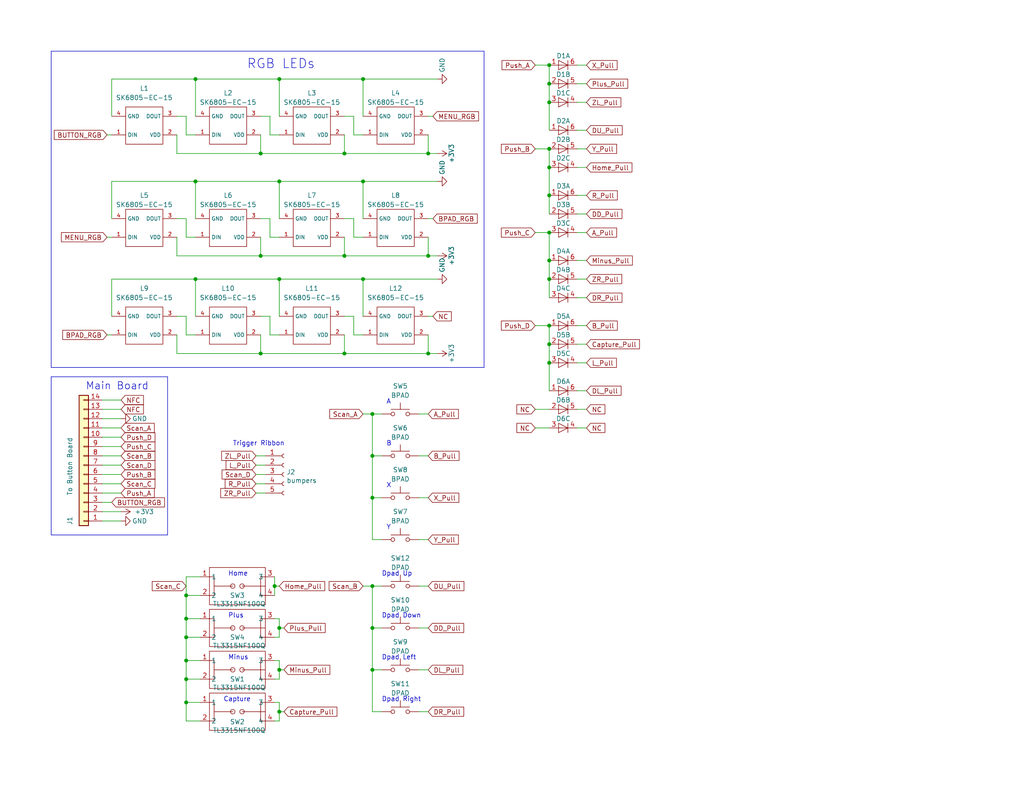
<source format=kicad_sch>
(kicad_sch (version 20230121) (generator eeschema)
  (paper "A")
  (title_block (title "ProGCC v3 Button Board") (date "2019-12-18") (rev "0.2") (company "HHL/Esca"))
  (lib_symbols
    (symbol "Connector:Conn_01x05_Female" (pin_names (offset 1.016) hide)
      (property "Reference" "J" (at 0 7.62 0))
      (property "Value" "Conn_01x05_Female" (at 0 -7.62 0))
      (symbol "Conn_01x05_Female_1_1"
        (arc (start 0 -4.572) (mid -0.5058 -5.08) (end 0 -5.588) (stroke (width 0.1524)))
        (arc (start 0 -2.032) (mid -0.5058 -2.54) (end 0 -3.048) (stroke (width 0.1524)))
        (polyline (pts (xy -1.27 -5.08) (xy -0.508 -5.08)) (stroke (width 0.1524)))
        (polyline (pts (xy -1.27 -2.54) (xy -0.508 -2.54)) (stroke (width 0.1524)))
        (polyline (pts (xy -1.27 0) (xy -0.508 0)) (stroke (width 0.1524)))
        (polyline (pts (xy -1.27 2.54) (xy -0.508 2.54)) (stroke (width 0.1524)))
        (polyline (pts (xy -1.27 5.08) (xy -0.508 5.08)) (stroke (width 0.1524)))
        (arc (start 0 0.508) (mid -0.5058 0) (end 0 -0.508) (stroke (width 0.1524)))
        (arc (start 0 3.048) (mid -0.5058 2.54) (end 0 2.032) (stroke (width 0.1524)))
        (arc (start 0 5.588) (mid -0.5058 5.08) (end 0 4.572) (stroke (width 0.1524)))
        (pin passive line (at -5.08 5.08 0) (length 3.81) (name "Pin_1") (number "1"))
        (pin passive line (at -5.08 2.54 0) (length 3.81) (name "Pin_2") (number "2"))
        (pin passive line (at -5.08 0 0) (length 3.81) (name "Pin_3") (number "3"))
        (pin passive line (at -5.08 -2.54 0) (length 3.81) (name "Pin_4") (number "4"))
        (pin passive line (at -5.08 -5.08 0) (length 3.81) (name "Pin_5") (number "5"))
      )
    )
    (symbol "Connector_Generic:Conn_01x14" (pin_names (offset 1.016) hide)
      (property "Reference" "J" (at 0 17.78 0))
      (property "Value" "Conn_01x14" (at 0 -20.32 0))
      (symbol "Conn_01x14_1_1"
        (rectangle (start -1.27 -17.653) (end 0 -17.907) (stroke (width 0.1524)))
        (rectangle (start -1.27 -15.113) (end 0 -15.367) (stroke (width 0.1524)))
        (rectangle (start -1.27 -12.573) (end 0 -12.827) (stroke (width 0.1524)))
        (rectangle (start -1.27 -10.033) (end 0 -10.287) (stroke (width 0.1524)))
        (rectangle (start -1.27 -7.493) (end 0 -7.747) (stroke (width 0.1524)))
        (rectangle (start -1.27 -4.953) (end 0 -5.207) (stroke (width 0.1524)))
        (rectangle (start -1.27 -2.413) (end 0 -2.667) (stroke (width 0.1524)))
        (rectangle (start -1.27 0.127) (end 0 -0.127) (stroke (width 0.1524)))
        (rectangle (start -1.27 2.667) (end 0 2.413) (stroke (width 0.1524)))
        (rectangle (start -1.27 5.207) (end 0 4.953) (stroke (width 0.1524)))
        (rectangle (start -1.27 7.747) (end 0 7.493) (stroke (width 0.1524)))
        (rectangle (start -1.27 10.287) (end 0 10.033) (stroke (width 0.1524)))
        (rectangle (start -1.27 12.827) (end 0 12.573) (stroke (width 0.1524)))
        (rectangle (start -1.27 15.367) (end 0 15.113) (stroke (width 0.1524)))
        (rectangle (start -1.27 16.51) (end 1.27 -19.05) (stroke (width 0.254)) (fill (type background)))
        (pin passive line (at -5.08 15.24 0) (length 3.81) (name "Pin_1") (number "1"))
        (pin passive line (at -5.08 -7.62 0) (length 3.81) (name "Pin_10") (number "10"))
        (pin passive line (at -5.08 -10.16 0) (length 3.81) (name "Pin_11") (number "11"))
        (pin passive line (at -5.08 -12.7 0) (length 3.81) (name "Pin_12") (number "12"))
        (pin passive line (at -5.08 -15.24 0) (length 3.81) (name "Pin_13") (number "13"))
        (pin passive line (at -5.08 -17.78 0) (length 3.81) (name "Pin_14") (number "14"))
        (pin passive line (at -5.08 12.7 0) (length 3.81) (name "Pin_2") (number "2"))
        (pin passive line (at -5.08 10.16 0) (length 3.81) (name "Pin_3") (number "3"))
        (pin passive line (at -5.08 7.62 0) (length 3.81) (name "Pin_4") (number "4"))
        (pin passive line (at -5.08 5.08 0) (length 3.81) (name "Pin_5") (number "5"))
        (pin passive line (at -5.08 2.54 0) (length 3.81) (name "Pin_6") (number "6"))
        (pin passive line (at -5.08 0 0) (length 3.81) (name "Pin_7") (number "7"))
        (pin passive line (at -5.08 -2.54 0) (length 3.81) (name "Pin_8") (number "8"))
        (pin passive line (at -5.08 -5.08 0) (length 3.81) (name "Pin_9") (number "9"))
      )
    )
    (symbol "hhl:EVPBT2A4A000" (pin_numbers hide) (pin_names (offset 1.016) hide)
      (property "Reference" "SW" (at 0 7.239 0))
      (property "Value" "EVPBT2A4A000" (at 0 4.9276 0))
      (symbol "EVPBT2A4A000_0_1"
        (circle (center -2.032 0) (radius 0.508))
        (polyline (pts (xy 0 1.27) (xy 0 3.048)))
        (polyline (pts (xy 2.54 1.27) (xy -2.54 1.27)))
        (circle (center 2.032 0) (radius 0.508))
      )
      (symbol "EVPBT2A4A000_1_1"
        (pin passive line (at -5.08 0 0) (length 2.54) (name "1") (number "1"))
        (pin passive line (at 5.08 0 180) (length 2.54) hide (name "2") (number "2"))
        (pin passive line (at 5.08 0 180) (length 2.54) (name "3") (number "3"))
        (pin passive line (at -5.08 0 0) (length 2.54) hide (name "4") (number "4"))
      )
    )
    (symbol "power:+3V3" (power) (pin_names (offset 0))
      (property "Value" "+3V3" (at 0 3.556 0))
      (symbol "+3V3_0_1"
        (polyline (pts (xy -0.762 1.27) (xy 0 2.54)))
        (polyline (pts (xy 0 0) (xy 0 2.54)))
        (polyline (pts (xy 0 2.54) (xy 0.762 1.27)))
      )
      (symbol "+3V3_1_1"
        (pin power_in line (at 0 0 90) (length 0) hide (name "+3V3") (number "1"))
      )
    )
    (symbol "power:GND" (power) (pin_names (offset 0))
      (property "Value" "GND" (at 0 -3.81 0))
      (symbol "GND_0_1"
        (polyline (pts (xy 0 0) (xy 0 -1.27) (xy 1.27 -1.27) (xy 0 -2.54) (xy -1.27 -1.27) (xy 0 -1.27)))
      )
      (symbol "GND_1_1"
        (pin power_in line (at 0 0 270) (length 0) hide (name "GND") (number "1"))
      )
    )
    (symbol "progcc_v3:BAS16VY,115" (pin_names (offset 1.016) hide)
      (property "Reference" "D" (at 0 -2.54 0))
      (symbol "BAS16VY,115_0_1"
        (polyline (pts (xy -1.27 -1.27) (xy -1.27 1.27)))
        (polyline (pts (xy -1.27 0) (xy 1.27 0)))
        (polyline (pts (xy 1.27 -1.27) (xy 1.27 1.27)) (stroke (width 0.1524)))
        (polyline (pts (xy -1.27 -1.27) (xy 1.27 0) (xy -1.27 1.27)))
      )
      (symbol "BAS16VY,115_1_1"
        (pin passive line (at -3.81 0 0) (length 2.54) (name "A") (number "1"))
        (pin passive line (at 3.81 0 180) (length 2.54) (name "K") (number "6"))
      )
      (symbol "BAS16VY,115_2_1"
        (pin passive line (at -3.81 0 0) (length 2.54) (name "A") (number "2"))
        (pin passive line (at 3.81 0 180) (length 2.54) (name "K") (number "5"))
      )
      (symbol "BAS16VY,115_3_1"
        (pin passive line (at -3.81 0 0) (length 2.54) (name "A") (number "3"))
        (pin passive line (at 3.81 0 180) (length 2.54) (name "K") (number "4"))
      )
    )
    (symbol "progcc_v3:PTS540JM035SMTRLFS"
      (property "Reference" "U" (at 0 -6.35 0))
      (property "Value" "PTS540JM035SMTRLFS" (at 0 6.35 0))
      (symbol "PTS540JM035SMTRLFS_0_1"
        (rectangle (start -7.62 5.08) (end 7.62 -5.08))
        (circle (center -1.27 0) (radius 0.6087))
        (polyline (pts (xy -6.35 0) (xy -1.27 0)))
        (polyline (pts (xy 1.27 0) (xy 7.62 0)))
        (polyline (pts (xy -7.62 2.54) (xy -6.35 2.54) (xy -6.35 0) (xy -6.35 -2.54) (xy -7.62 -2.54)))
        (polyline (pts (xy 7.62 2.54) (xy 6.35 2.54) (xy 6.35 0) (xy 6.35 -2.54) (xy 7.62 -2.54)))
        (circle (center 1.27 0) (radius 0.6087))
      )
      (symbol "PTS540JM035SMTRLFS_1_1"
        (pin input line (at -10.16 2.54 0) (length 2.54) (name "1") (number "1"))
        (pin input line (at -10.16 -2.54 0) (length 2.54) (name "2") (number "2"))
        (pin input line (at 10.16 2.54 180) (length 2.54) (name "3") (number "3"))
        (pin input line (at 10.16 -2.54 180) (length 2.54) (name "4") (number "4"))
      )
    )
    (symbol "progcc_v3:SK6805-EC-15"
      (property "Reference" "L" (at 0 -7.62 0))
      (property "Value" "SK6805-EC-15" (at 0 -10.16 0))
      (symbol "SK6805-EC-15_0_0"
        (pin input line (at -8.89 -2.54 0) (length 3.81) (name "DIN") (number "1"))
        (pin power_in line (at 8.89 -2.54 180) (length 3.81) (name "VDD") (number "2"))
        (pin output line (at 8.89 2.54 180) (length 3.81) (name "DOUT") (number "3"))
        (pin power_in line (at -8.89 2.54 0) (length 3.81) (name "GND") (number "4"))
      )
      (symbol "SK6805-EC-15_0_1"
        (polyline (pts (xy -5.08 2.54) (xy -5.08 5.08) (xy 5.08 5.08) (xy 5.08 -5.08) (xy -5.08 -5.08) (xy -5.08 2.54)))
      )
    )
  )
  (junction (at 116.84 96.52))
  (junction (at 50.8 173.99))
  (junction (at 149.86 53.34))
  (junction (at 76.2 76.2))
  (junction (at 99.06 76.2))
  (junction (at 93.98 69.85))
  (junction (at 50.8 191.77))
  (junction (at 71.12 41.91))
  (junction (at 116.84 69.85))
  (junction (at 50.8 168.91))
  (junction (at 101.6 135.89))
  (junction (at 50.8 180.34))
  (junction (at 149.86 27.94))
  (junction (at 149.86 22.86))
  (junction (at 149.86 40.64))
  (junction (at 149.86 63.5))
  (junction (at 76.2 182.88))
  (junction (at 53.34 21.59))
  (junction (at 99.06 21.59))
  (junction (at 50.8 185.42))
  (junction (at 101.6 160.02))
  (junction (at 76.2 171.45))
  (junction (at 53.34 49.53))
  (junction (at 101.6 171.45))
  (junction (at 99.06 49.53))
  (junction (at 50.8 162.56))
  (junction (at 76.2 49.53))
  (junction (at 116.84 41.91))
  (junction (at 93.98 96.52))
  (junction (at 149.86 76.2))
  (junction (at 101.6 124.46))
  (junction (at 101.6 113.03))
  (junction (at 74.93 160.02))
  (junction (at 53.34 76.2))
  (junction (at 93.98 41.91))
  (junction (at 149.86 93.98))
  (junction (at 149.86 17.78))
  (junction (at 149.86 45.72))
  (junction (at 71.12 69.85))
  (junction (at 149.86 71.12))
  (junction (at 101.6 182.88))
  (junction (at 76.2 194.31))
  (junction (at 149.86 99.06))
  (junction (at 76.2 21.59))
  (junction (at 149.86 88.9))
  (junction (at 71.12 96.52))
  (wire (pts (xy 99.06 21.59) (xy 119.38 21.59)))
  (wire (pts (xy 157.48 53.34) (xy 160.02 53.34)))
  (wire (pts (xy 29.21 64.77) (xy 30.48 64.77)))
  (wire (pts (xy 74.93 196.85) (xy 76.2 196.85)))
  (wire (pts (xy 69.85 132.08) (xy 72.39 132.08)))
  (wire (pts (xy 50.8 196.85) (xy 50.8 191.77)))
  (wire (pts (xy 50.8 64.77) (xy 53.34 64.77)))
  (wire (pts (xy 116.84 96.52) (xy 93.98 96.52)))
  (wire (pts (xy 101.6 160.02) (xy 104.14 160.02)))
  (wire (pts (xy 157.48 40.64) (xy 160.02 40.64)))
  (wire (pts (xy 149.86 27.94) (xy 149.86 22.86)))
  (wire (pts (xy 30.48 59.69) (xy 30.48 49.53)))
  (wire (pts (xy 114.3 194.31) (xy 116.84 194.31)))
  (wire (pts (xy 93.98 69.85) (xy 93.98 64.77)))
  (wire (pts (xy 101.6 194.31) (xy 101.6 182.88)))
  (wire (pts (xy 114.3 182.88) (xy 116.84 182.88)))
  (wire (pts (xy 149.86 22.86) (xy 149.86 17.78)))
  (wire (pts (xy 71.12 96.52) (xy 48.26 96.52)))
  (wire (pts (xy 29.21 36.83) (xy 30.48 36.83)))
  (wire (pts (xy 93.98 41.91) (xy 71.12 41.91)))
  (wire (pts (xy 93.98 86.36) (xy 96.52 86.36)))
  (wire (pts (xy 76.2 21.59) (xy 76.2 31.75)))
  (wire (pts (xy 104.14 182.88) (xy 101.6 182.88)))
  (wire (pts (xy 157.48 45.72) (xy 160.02 45.72)))
  (wire (pts (xy 48.26 86.36) (xy 50.8 86.36)))
  (polyline (pts (xy 45.72 102.87) (xy 45.72 146.05)))
  (wire (pts (xy 99.06 113.03) (xy 101.6 113.03)))
  (wire (pts (xy 114.3 135.89) (xy 116.84 135.89)))
  (wire (pts (xy 50.8 31.75) (xy 50.8 36.83)))
  (wire (pts (xy 114.3 171.45) (xy 116.84 171.45)))
  (wire (pts (xy 116.84 59.69) (xy 118.11 59.69)))
  (wire (pts (xy 33.02 129.54) (xy 27.94 129.54)))
  (wire (pts (xy 149.86 63.5) (xy 146.05 63.5)))
  (wire (pts (xy 50.8 86.36) (xy 50.8 91.44)))
  (wire (pts (xy 114.3 113.03) (xy 116.84 113.03)))
  (wire (pts (xy 157.48 63.5) (xy 160.02 63.5)))
  (wire (pts (xy 71.12 86.36) (xy 73.66 86.36)))
  (wire (pts (xy 96.52 59.69) (xy 96.52 64.77)))
  (wire (pts (xy 157.48 76.2) (xy 160.02 76.2)))
  (wire (pts (xy 50.8 59.69) (xy 50.8 64.77)))
  (wire (pts (xy 54.61 185.42) (xy 50.8 185.42)))
  (wire (pts (xy 149.86 76.2) (xy 149.86 71.12)))
  (wire (pts (xy 157.48 27.94) (xy 160.02 27.94)))
  (wire (pts (xy 146.05 111.76) (xy 149.86 111.76)))
  (wire (pts (xy 101.6 113.03) (xy 104.14 113.03)))
  (wire (pts (xy 71.12 69.85) (xy 48.26 69.85)))
  (wire (pts (xy 33.02 119.38) (xy 27.94 119.38)))
  (wire (pts (xy 116.84 86.36) (xy 118.11 86.36)))
  (wire (pts (xy 30.48 137.16) (xy 27.94 137.16)))
  (wire (pts (xy 149.86 35.56) (xy 149.86 27.94)))
  (wire (pts (xy 69.85 129.54) (xy 72.39 129.54)))
  (wire (pts (xy 76.2 196.85) (xy 76.2 194.31)))
  (wire (pts (xy 50.8 173.99) (xy 50.8 168.91)))
  (wire (pts (xy 93.98 59.69) (xy 96.52 59.69)))
  (wire (pts (xy 157.48 106.68) (xy 160.02 106.68)))
  (wire (pts (xy 93.98 41.91) (xy 93.98 36.83)))
  (wire (pts (xy 54.61 173.99) (xy 50.8 173.99)))
  (wire (pts (xy 157.48 22.86) (xy 160.02 22.86)))
  (wire (pts (xy 101.6 124.46) (xy 101.6 113.03)))
  (wire (pts (xy 101.6 182.88) (xy 101.6 171.45)))
  (wire (pts (xy 157.48 71.12) (xy 160.02 71.12)))
  (wire (pts (xy 30.48 86.36) (xy 30.48 76.2)))
  (wire (pts (xy 50.8 168.91) (xy 50.8 162.56)))
  (wire (pts (xy 104.14 171.45) (xy 101.6 171.45)))
  (wire (pts (xy 74.93 185.42) (xy 76.2 185.42)))
  (wire (pts (xy 74.93 160.02) (xy 74.93 157.48)))
  (wire (pts (xy 146.05 88.9) (xy 149.86 88.9)))
  (wire (pts (xy 71.12 69.85) (xy 71.12 64.77)))
  (wire (pts (xy 48.26 69.85) (xy 48.26 64.77)))
  (wire (pts (xy 99.06 76.2) (xy 119.38 76.2)))
  (wire (pts (xy 74.93 191.77) (xy 76.2 191.77)))
  (wire (pts (xy 157.48 81.28) (xy 160.02 81.28)))
  (wire (pts (xy 53.34 49.53) (xy 53.34 59.69)))
  (wire (pts (xy 71.12 31.75) (xy 73.66 31.75)))
  (wire (pts (xy 76.2 182.88) (xy 77.47 182.88)))
  (wire (pts (xy 71.12 41.91) (xy 71.12 36.83)))
  (wire (pts (xy 54.61 168.91) (xy 50.8 168.91)))
  (wire (pts (xy 53.34 76.2) (xy 76.2 76.2)))
  (wire (pts (xy 96.52 36.83) (xy 99.06 36.83)))
  (polyline (pts (xy 13.97 13.97) (xy 13.97 100.33)))
  (wire (pts (xy 30.48 49.53) (xy 53.34 49.53)))
  (wire (pts (xy 73.66 31.75) (xy 73.66 36.83)))
  (wire (pts (xy 50.8 36.83) (xy 53.34 36.83)))
  (polyline (pts (xy 132.08 13.97) (xy 132.08 100.33)))
  (wire (pts (xy 99.06 21.59) (xy 99.06 31.75)))
  (wire (pts (xy 96.52 91.44) (xy 99.06 91.44)))
  (wire (pts (xy 71.12 96.52) (xy 71.12 91.44)))
  (wire (pts (xy 101.6 147.32) (xy 101.6 135.89)))
  (wire (pts (xy 76.2 76.2) (xy 76.2 86.36)))
  (wire (pts (xy 54.61 180.34) (xy 50.8 180.34)))
  (wire (pts (xy 149.86 99.06) (xy 149.86 106.68)))
  (wire (pts (xy 149.86 40.64) (xy 146.05 40.64)))
  (wire (pts (xy 30.48 31.75) (xy 30.48 21.59)))
  (wire (pts (xy 99.06 160.02) (xy 101.6 160.02)))
  (wire (pts (xy 157.48 99.06) (xy 160.02 99.06)))
  (wire (pts (xy 101.6 171.45) (xy 101.6 160.02)))
  (wire (pts (xy 157.48 93.98) (xy 160.02 93.98)))
  (wire (pts (xy 53.34 21.59) (xy 53.34 31.75)))
  (wire (pts (xy 30.48 76.2) (xy 53.34 76.2)))
  (wire (pts (xy 104.14 194.31) (xy 101.6 194.31)))
  (wire (pts (xy 157.48 35.56) (xy 160.02 35.56)))
  (wire (pts (xy 69.85 134.62) (xy 72.39 134.62)))
  (wire (pts (xy 116.84 69.85) (xy 116.84 64.77)))
  (wire (pts (xy 71.12 59.69) (xy 73.66 59.69)))
  (wire (pts (xy 53.34 49.53) (xy 76.2 49.53)))
  (wire (pts (xy 27.94 142.24) (xy 33.02 142.24)))
  (wire (pts (xy 119.38 96.52) (xy 116.84 96.52)))
  (wire (pts (xy 76.2 171.45) (xy 77.47 171.45)))
  (wire (pts (xy 33.02 114.3) (xy 27.94 114.3)))
  (polyline (pts (xy 45.72 146.05) (xy 13.97 146.05)))
  (wire (pts (xy 76.2 173.99) (xy 76.2 171.45)))
  (wire (pts (xy 116.84 96.52) (xy 116.84 91.44)))
  (wire (pts (xy 93.98 96.52) (xy 93.98 91.44)))
  (wire (pts (xy 76.2 191.77) (xy 76.2 194.31)))
  (wire (pts (xy 116.84 41.91) (xy 116.84 36.83)))
  (wire (pts (xy 149.86 53.34) (xy 149.86 45.72)))
  (wire (pts (xy 50.8 157.48) (xy 50.8 162.56)))
  (wire (pts (xy 50.8 91.44) (xy 53.34 91.44)))
  (wire (pts (xy 69.85 127) (xy 72.39 127)))
  (wire (pts (xy 99.06 76.2) (xy 99.06 86.36)))
  (wire (pts (xy 74.93 168.91) (xy 76.2 168.91)))
  (wire (pts (xy 119.38 41.91) (xy 116.84 41.91)))
  (wire (pts (xy 149.86 58.42) (xy 149.86 53.34)))
  (wire (pts (xy 96.52 64.77) (xy 99.06 64.77)))
  (wire (pts (xy 93.98 96.52) (xy 71.12 96.52)))
  (wire (pts (xy 73.66 64.77) (xy 76.2 64.77)))
  (wire (pts (xy 54.61 157.48) (xy 50.8 157.48)))
  (wire (pts (xy 54.61 196.85) (xy 50.8 196.85)))
  (wire (pts (xy 73.66 59.69) (xy 73.66 64.77)))
  (wire (pts (xy 114.3 147.32) (xy 116.84 147.32)))
  (wire (pts (xy 96.52 31.75) (xy 96.52 36.83)))
  (wire (pts (xy 74.93 173.99) (xy 76.2 173.99)))
  (wire (pts (xy 149.86 88.9) (xy 149.86 93.98)))
  (wire (pts (xy 101.6 124.46) (xy 104.14 124.46)))
  (wire (pts (xy 99.06 49.53) (xy 119.38 49.53)))
  (wire (pts (xy 157.48 88.9) (xy 160.02 88.9)))
  (wire (pts (xy 27.94 139.7) (xy 33.02 139.7)))
  (wire (pts (xy 50.8 185.42) (xy 50.8 180.34)))
  (wire (pts (xy 76.2 185.42) (xy 76.2 182.88)))
  (polyline (pts (xy 13.97 13.97) (xy 132.08 13.97)))
  (wire (pts (xy 33.02 127) (xy 27.94 127)))
  (wire (pts (xy 101.6 135.89) (xy 101.6 124.46)))
  (wire (pts (xy 50.8 191.77) (xy 50.8 185.42)))
  (wire (pts (xy 116.84 69.85) (xy 93.98 69.85)))
  (wire (pts (xy 53.34 21.59) (xy 76.2 21.59)))
  (wire (pts (xy 48.26 41.91) (xy 48.26 36.83)))
  (wire (pts (xy 149.86 45.72) (xy 149.86 40.64)))
  (wire (pts (xy 54.61 191.77) (xy 50.8 191.77)))
  (wire (pts (xy 157.48 17.78) (xy 160.02 17.78)))
  (polyline (pts (xy 13.97 102.87) (xy 13.97 146.05)))
  (wire (pts (xy 33.02 132.08) (xy 27.94 132.08)))
  (wire (pts (xy 53.34 76.2) (xy 53.34 86.36)))
  (wire (pts (xy 157.48 111.76) (xy 160.02 111.76)))
  (wire (pts (xy 116.84 41.91) (xy 93.98 41.91)))
  (wire (pts (xy 99.06 49.53) (xy 99.06 59.69)))
  (wire (pts (xy 30.48 21.59) (xy 53.34 21.59)))
  (wire (pts (xy 96.52 86.36) (xy 96.52 91.44)))
  (wire (pts (xy 74.93 160.02) (xy 74.93 162.56)))
  (wire (pts (xy 33.02 109.22) (xy 27.94 109.22)))
  (wire (pts (xy 116.84 31.75) (xy 118.11 31.75)))
  (wire (pts (xy 93.98 69.85) (xy 71.12 69.85)))
  (wire (pts (xy 149.86 93.98) (xy 149.86 99.06)))
  (wire (pts (xy 101.6 135.89) (xy 104.14 135.89)))
  (wire (pts (xy 76.2 194.31) (xy 77.47 194.31)))
  (wire (pts (xy 149.86 17.78) (xy 146.05 17.78)))
  (wire (pts (xy 73.66 91.44) (xy 76.2 91.44)))
  (polyline (pts (xy 132.08 100.33) (xy 13.97 100.33)))
  (wire (pts (xy 146.05 116.84) (xy 149.86 116.84)))
  (wire (pts (xy 54.61 162.56) (xy 50.8 162.56)))
  (wire (pts (xy 50.8 180.34) (xy 50.8 173.99)))
  (wire (pts (xy 48.26 96.52) (xy 48.26 91.44)))
  (wire (pts (xy 157.48 116.84) (xy 160.02 116.84)))
  (wire (pts (xy 73.66 36.83) (xy 76.2 36.83)))
  (wire (pts (xy 149.86 81.28) (xy 149.86 76.2)))
  (wire (pts (xy 33.02 116.84) (xy 27.94 116.84)))
  (wire (pts (xy 29.21 91.44) (xy 30.48 91.44)))
  (wire (pts (xy 48.26 31.75) (xy 50.8 31.75)))
  (wire (pts (xy 157.48 58.42) (xy 160.02 58.42)))
  (wire (pts (xy 74.93 180.34) (xy 76.2 180.34)))
  (wire (pts (xy 114.3 124.46) (xy 116.84 124.46)))
  (wire (pts (xy 48.26 59.69) (xy 50.8 59.69)))
  (wire (pts (xy 69.85 124.46) (xy 72.39 124.46)))
  (polyline (pts (xy 13.97 102.87) (xy 45.72 102.87)))
  (wire (pts (xy 149.86 71.12) (xy 149.86 63.5)))
  (wire (pts (xy 76.2 168.91) (xy 76.2 171.45)))
  (wire (pts (xy 73.66 86.36) (xy 73.66 91.44)))
  (wire (pts (xy 71.12 41.91) (xy 48.26 41.91)))
  (wire (pts (xy 76.2 76.2) (xy 99.06 76.2)))
  (wire (pts (xy 76.2 49.53) (xy 99.06 49.53)))
  (wire (pts (xy 104.14 147.32) (xy 101.6 147.32)))
  (wire (pts (xy 76.2 21.59) (xy 99.06 21.59)))
  (wire (pts (xy 76.2 180.34) (xy 76.2 182.88)))
  (wire (pts (xy 114.3 160.02) (xy 116.84 160.02)))
  (wire (pts (xy 93.98 31.75) (xy 96.52 31.75)))
  (wire (pts (xy 33.02 124.46) (xy 27.94 124.46)))
  (wire (pts (xy 33.02 121.92) (xy 27.94 121.92)))
  (wire (pts (xy 119.38 69.85) (xy 116.84 69.85)))
  (wire (pts (xy 33.02 134.62) (xy 27.94 134.62)))
  (wire (pts (xy 76.2 160.02) (xy 74.93 160.02)))
  (wire (pts (xy 33.02 111.76) (xy 27.94 111.76)))
  (wire (pts (xy 76.2 49.53) (xy 76.2 59.69)))
  (text "Plus" (at 62.23 168.91 0) (effects (font (size 1.27 1.27)) (justify left bottom)))
  (text "Capture" (at 60.96 191.77 0) (effects (font (size 1.27 1.27)) (justify left bottom)))
  (text "X" (at 105.41 133.35 0) (effects (font (size 1.27 1.27)) (justify left bottom)))
  (text "Dpad Right" (at 104.14 191.77 0) (effects (font (size 1.27 1.27)) (justify left bottom)))
  (text "Main Board\n" (at 40.64 106.68 0) (effects (font (size 2.0066 2.0066)) (justify right bottom)))
  (text "Dpad Up" (at 104.14 157.48 0) (effects (font (size 1.27 1.27)) (justify left bottom)))
  (text "B" (at 105.41 121.92 0) (effects (font (size 1.27 1.27)) (justify left bottom)))
  (text "Dpad Down" (at 104.14 168.91 0) (effects (font (size 1.27 1.27)) (justify left bottom)))
  (text "Trigger Ribbon" (at 63.5 121.92 0) (effects (font (size 1.27 1.27)) (justify left bottom)))
  (text "Y" (at 105.41 144.78 0) (effects (font (size 1.27 1.27)) (justify left bottom)))
  (text "Dpad Left" (at 104.14 180.34 0) (effects (font (size 1.27 1.27)) (justify left bottom)))
  (text "Home" (at 62.23 157.48 0) (effects (font (size 1.27 1.27)) (justify left bottom)))
  (text "A" (at 105.41 110.49 0) (effects (font (size 1.27 1.27)) (justify left bottom)))
  (text "Minus" (at 62.23 180.34 0) (effects (font (size 1.27 1.27)) (justify left bottom)))
  (text "RGB LEDs" (at 67.31 19.05 0) (effects (font (size 2.54 2.54)) (justify left bottom)))
  (global_label "Scan_A" (shape input) (at 99.06 113.03 180) (property "Intersheetrefs" "${INTERSHEET_REFS}" (effects hide)))
  (global_label "X_Pull" (shape input) (at 116.84 135.89 0) (property "Intersheetrefs" "${INTERSHEET_REFS}" (effects hide)))
  (global_label "B_Pull" (shape input) (at 116.84 124.46 0) (property "Intersheetrefs" "${INTERSHEET_REFS}" (effects hide)))
  (global_label "Y_Pull" (shape input) (at 160.02 40.64 0) (property "Intersheetrefs" "${INTERSHEET_REFS}" (effects hide)))
  (global_label "Plus_Pull" (shape input) (at 160.02 22.86 0) (property "Intersheetrefs" "${INTERSHEET_REFS}" (effects hide)))
  (global_label "Minus_Pull" (shape input) (at 160.02 71.12 0) (property "Intersheetrefs" "${INTERSHEET_REFS}" (effects hide)))
  (global_label "NFC" (shape input) (at 33.02 109.22 0) (property "Intersheetrefs" "${INTERSHEET_REFS}" (effects hide)))
  (global_label "NC" (shape input) (at 160.02 116.84 0) (property "Intersheetrefs" "${INTERSHEET_REFS}" (effects hide)))
  (global_label "Push_D" (shape input) (at 146.05 88.9 180) (property "Intersheetrefs" "${INTERSHEET_REFS}" (effects hide)))
  (global_label "ZR_Pull" (shape input) (at 69.85 134.62 180) (property "Intersheetrefs" "${INTERSHEET_REFS}" (effects hide)))
  (global_label "Scan_D" (shape input) (at 33.02 127 0) (property "Intersheetrefs" "${INTERSHEET_REFS}" (effects hide)))
  (global_label "NFC" (shape input) (at 33.02 111.76 0) (property "Intersheetrefs" "${INTERSHEET_REFS}" (effects hide)))
  (global_label "BPAD_RGB" (shape input) (at 29.21 91.44 180) (property "Intersheetrefs" "${INTERSHEET_REFS}" (effects hide)))
  (global_label "MENU_RGB" (shape input) (at 118.11 31.75 0) (property "Intersheetrefs" "${INTERSHEET_REFS}" (effects hide)))
  (global_label "Home_Pull" (shape input) (at 76.2 160.02 0) (property "Intersheetrefs" "${INTERSHEET_REFS}" (effects hide)))
  (global_label "DD_Pull" (shape input) (at 116.84 171.45 0) (property "Intersheetrefs" "${INTERSHEET_REFS}" (effects hide)))
  (global_label "A_Pull" (shape input) (at 160.02 63.5 0) (property "Intersheetrefs" "${INTERSHEET_REFS}" (effects hide)))
  (global_label "DL_Pull" (shape input) (at 116.84 182.88 0) (property "Intersheetrefs" "${INTERSHEET_REFS}" (effects hide)))
  (global_label "B_Pull" (shape input) (at 160.02 88.9 0) (property "Intersheetrefs" "${INTERSHEET_REFS}" (effects hide)))
  (global_label "R_Pull" (shape input) (at 69.85 132.08 180) (property "Intersheetrefs" "${INTERSHEET_REFS}" (effects hide)))
  (global_label "Home_Pull" (shape input) (at 160.02 45.72 0) (property "Intersheetrefs" "${INTERSHEET_REFS}" (effects hide)))
  (global_label "DU_Pull" (shape input) (at 116.84 160.02 0) (property "Intersheetrefs" "${INTERSHEET_REFS}" (effects hide)))
  (global_label "Push_C" (shape input) (at 146.05 63.5 180) (property "Intersheetrefs" "${INTERSHEET_REFS}" (effects hide)))
  (global_label "Push_B" (shape input) (at 33.02 129.54 0) (property "Intersheetrefs" "${INTERSHEET_REFS}" (effects hide)))
  (global_label "Plus_Pull" (shape input) (at 77.47 171.45 0) (property "Intersheetrefs" "${INTERSHEET_REFS}" (effects hide)))
  (global_label "ZR_Pull" (shape input) (at 160.02 76.2 0) (property "Intersheetrefs" "${INTERSHEET_REFS}" (effects hide)))
  (global_label "L_Pull" (shape input) (at 160.02 99.06 0) (property "Intersheetrefs" "${INTERSHEET_REFS}" (effects hide)))
  (global_label "DD_Pull" (shape input) (at 160.02 58.42 0) (property "Intersheetrefs" "${INTERSHEET_REFS}" (effects hide)))
  (global_label "NC" (shape input) (at 118.11 86.36 0) (property "Intersheetrefs" "${INTERSHEET_REFS}" (effects hide)))
  (global_label "DR_Pull" (shape input) (at 116.84 194.31 0) (property "Intersheetrefs" "${INTERSHEET_REFS}" (effects hide)))
  (global_label "Scan_C" (shape input) (at 50.8 160.02 180) (property "Intersheetrefs" "${INTERSHEET_REFS}" (effects hide)))
  (global_label "ZL_Pull" (shape input) (at 69.85 124.46 180) (property "Intersheetrefs" "${INTERSHEET_REFS}" (effects hide)))
  (global_label "Scan_D" (shape input) (at 69.85 129.54 180) (property "Intersheetrefs" "${INTERSHEET_REFS}" (effects hide)))
  (global_label "R_Pull" (shape input) (at 160.02 53.34 0) (property "Intersheetrefs" "${INTERSHEET_REFS}" (effects hide)))
  (global_label "A_Pull" (shape input) (at 116.84 113.03 0) (property "Intersheetrefs" "${INTERSHEET_REFS}" (effects hide)))
  (global_label "NC" (shape input) (at 146.05 116.84 180) (property "Intersheetrefs" "${INTERSHEET_REFS}" (effects hide)))
  (global_label "BUTTON_RGB" (shape input) (at 30.48 137.16 0) (property "Intersheetrefs" "${INTERSHEET_REFS}" (effects hide)))
  (global_label "DU_Pull" (shape input) (at 160.02 35.56 0) (property "Intersheetrefs" "${INTERSHEET_REFS}" (effects hide)))
  (global_label "Capture_Pull" (shape input) (at 160.02 93.98 0) (property "Intersheetrefs" "${INTERSHEET_REFS}" (effects hide)))
  (global_label "ZL_Pull" (shape input) (at 160.02 27.94 0) (property "Intersheetrefs" "${INTERSHEET_REFS}" (effects hide)))
  (global_label "Capture_Pull" (shape input) (at 77.47 194.31 0) (property "Intersheetrefs" "${INTERSHEET_REFS}" (effects hide)))
  (global_label "Minus_Pull" (shape input) (at 77.47 182.88 0) (property "Intersheetrefs" "${INTERSHEET_REFS}" (effects hide)))
  (global_label "L_Pull" (shape input) (at 69.85 127 180) (property "Intersheetrefs" "${INTERSHEET_REFS}" (effects hide)))
  (global_label "Push_A" (shape input) (at 33.02 134.62 0) (property "Intersheetrefs" "${INTERSHEET_REFS}" (effects hide)))
  (global_label "DR_Pull" (shape input) (at 160.02 81.28 0) (property "Intersheetrefs" "${INTERSHEET_REFS}" (effects hide)))
  (global_label "BPAD_RGB" (shape input) (at 118.11 59.69 0) (property "Intersheetrefs" "${INTERSHEET_REFS}" (effects hide)))
  (global_label "Y_Pull" (shape input) (at 116.84 147.32 0) (property "Intersheetrefs" "${INTERSHEET_REFS}" (effects hide)))
  (global_label "Scan_B" (shape input) (at 33.02 124.46 0) (property "Intersheetrefs" "${INTERSHEET_REFS}" (effects hide)))
  (global_label "Scan_C" (shape input) (at 33.02 132.08 0) (property "Intersheetrefs" "${INTERSHEET_REFS}" (effects hide)))
  (global_label "X_Pull" (shape input) (at 160.02 17.78 0) (property "Intersheetrefs" "${INTERSHEET_REFS}" (effects hide)))
  (global_label "Scan_B" (shape input) (at 99.06 160.02 180) (property "Intersheetrefs" "${INTERSHEET_REFS}" (effects hide)))
  (global_label "Push_A" (shape input) (at 146.05 17.78 180) (property "Intersheetrefs" "${INTERSHEET_REFS}" (effects hide)))
  (global_label "Push_D" (shape input) (at 33.02 119.38 0) (property "Intersheetrefs" "${INTERSHEET_REFS}" (effects hide)))
  (global_label "MENU_RGB" (shape input) (at 29.21 64.77 180) (property "Intersheetrefs" "${INTERSHEET_REFS}" (effects hide)))
  (global_label "DL_Pull" (shape input) (at 160.02 106.68 0) (property "Intersheetrefs" "${INTERSHEET_REFS}" (effects hide)))
  (global_label "NC" (shape input) (at 160.02 111.76 0) (property "Intersheetrefs" "${INTERSHEET_REFS}" (effects hide)))
  (global_label "NC" (shape input) (at 146.05 111.76 180) (property "Intersheetrefs" "${INTERSHEET_REFS}" (effects hide)))
  (global_label "Push_B" (shape input) (at 146.05 40.64 180) (property "Intersheetrefs" "${INTERSHEET_REFS}" (effects hide)))
  (global_label "BUTTON_RGB" (shape input) (at 29.21 36.83 180) (property "Intersheetrefs" "${INTERSHEET_REFS}" (effects hide)))
  (global_label "Push_C" (shape input) (at 33.02 121.92 0) (property "Intersheetrefs" "${INTERSHEET_REFS}" (effects hide)))
  (global_label "Scan_A" (shape input) (at 33.02 116.84 0) (property "Intersheetrefs" "${INTERSHEET_REFS}" (effects hide)))
  (symbol (lib_id "progcc_v3:PTS540JM035SMTRLFS") (at 64.77 171.45 0) (unit 1)
    (property "Reference" "SW4" (at 64.77 173.99 0))
    (property "Value" " TL3315NF100Q" (at 64.77 176.3014 0))
    (property "Footprint" "hhl:PTS540JM035SMTRLFS" (effects hide))
    (property "Datasheet" "https://www.ckswitches.com/media/1470/pts540.pdf" (effects hide))
    (property "Digikey" "https://www.digikey.com/product-detail/en/e-switch/TL3315NF100Q/EG4620CT-ND/1870400" (effects hide))
    (property "MPN" "PTS540JM035SMTRLFS" (effects hide))
  )
  (symbol (lib_id "progcc_v3:PTS540JM035SMTRLFS") (at 64.77 194.31 0) (unit 1)
    (property "Reference" "SW2" (at 64.77 197.0786 0))
    (property "Value" " TL3315NF100Q" (at 64.77 199.39 0))
    (property "Footprint" "hhl:PTS540JM035SMTRLFS" (effects hide))
    (property "Datasheet" "https://www.ckswitches.com/media/1470/pts540.pdf" (effects hide))
    (property "Digikey" "https://www.digikey.com/product-detail/en/e-switch/TL3315NF100Q/EG4620CT-ND/1870400" (effects hide))
    (property "MPN" "PTS540JM035SMTRLFS" (effects hide))
  )
  (symbol (lib_id "progcc_v3:SK6805-EC-15") (at 39.37 88.9 0) (unit 1)
    (property "Reference" "L9" (at 39.37 78.74 0))
    (property "Value" "SK6805-EC-15" (at 39.37 81.28 0))
    (property "Footprint" "hhl:SK6805-EC-15" (effects hide))
    (property "Datasheet" "${KIPRJMOD}/../progcc_v3_libs/docs/SK6805-EC-15.pdf" (effects hide))
  )
  (symbol (lib_id "power:GND") (at 33.02 142.24 90) (unit 1)
    (property "Reference" "#PWR03" (effects hide))
    (property "Value" "GND" (at 38.1 142.24 90))
  )
  (symbol (lib_id "Connector:Conn_01x05_Female") (at 77.47 129.54 0) (unit 1)
    (property "Reference" "J2" (at 78.1812 128.8796 0) (effects (justify left)))
    (property "Value" "bumpers" (at 78.1812 131.191 0) (effects (justify left)))
    (property "Footprint" "hhl:molex_5034800540" (effects hide))
    (property "Digikey" "https://www.digikey.com/product-detail/en/molex/5051100592/WM12361TR-ND/5700453" (effects hide))
    (property "MPN" "molex_5034800540" (effects hide))
  )
  (symbol (lib_id "progcc_v3:BAS16VY,115") (at 153.67 111.76 0) (unit 2)
    (property "Reference" "D6" (at 153.7081 109.22 0))
    (property "Value" "BAS16VY,115" (effects hide))
    (property "Footprint" "Package_TO_SOT_SMD:SOT-363_SC-70-6" (effects hide))
    (property "Datasheet" "${KIPRJMOD}/../progcc_v3_libs/docs/BAS16_SER.pdf" (effects hide))
  )
  (symbol (lib_id "progcc_v3:BAS16VY,115") (at 153.67 106.68 0) (unit 1)
    (property "Reference" "D6" (at 153.7081 104.14 0))
    (property "Value" "BAS16VY,115" (effects hide))
    (property "Footprint" "Package_TO_SOT_SMD:SOT-363_SC-70-6" (effects hide))
    (property "Datasheet" "${KIPRJMOD}/../progcc_v3_libs/docs/BAS16_SER.pdf" (effects hide))
  )
  (symbol (lib_id "progcc_v3:BAS16VY,115") (at 153.67 27.94 0) (unit 3)
    (property "Reference" "D1" (at 153.7081 25.4 0))
    (property "Value" "BAS16VY,115" (effects hide))
    (property "Footprint" "Package_TO_SOT_SMD:SOT-363_SC-70-6" (effects hide))
    (property "Datasheet" "${KIPRJMOD}/../progcc_v3_libs/docs/BAS16_SER.pdf" (effects hide))
  )
  (symbol (lib_id "power:+3V3") (at 119.38 69.85 270) (unit 1)
    (property "Reference" "#PWR08" (effects hide))
    (property "Value" "+3V3" (at 123.19 69.85 0))
  )
  (symbol (lib_id "progcc_v3:BAS16VY,115") (at 153.67 58.42 0) (unit 2)
    (property "Reference" "D3" (at 153.7081 55.88 0))
    (property "Value" "BAS16VY,115" (effects hide))
    (property "Footprint" "Package_TO_SOT_SMD:SOT-363_SC-70-6" (effects hide))
    (property "Datasheet" "${KIPRJMOD}/../progcc_v3_libs/docs/BAS16_SER.pdf" (effects hide))
  )
  (symbol (lib_id "hhl:EVPBT2A4A000") (at 109.22 124.46 0) (unit 1)
    (property "Reference" "SW6" (at 109.22 116.84 0))
    (property "Value" "BPAD" (at 109.22 119.38 0))
    (property "Footprint" "hhl:EVPBT2C4A000" (effects hide))
    (property "MPN" "EVPBT2A4A000" (effects hide))
  )
  (symbol (lib_id "progcc_v3:SK6805-EC-15") (at 62.23 88.9 0) (unit 1)
    (property "Reference" "L10" (at 62.23 78.74 0))
    (property "Value" "SK6805-EC-15" (at 62.23 81.28 0))
    (property "Footprint" "hhl:SK6805-EC-15" (effects hide))
    (property "Datasheet" "${KIPRJMOD}/../progcc_v3_libs/docs/SK6805-EC-15.pdf" (effects hide))
  )
  (symbol (lib_id "progcc_v3:SK6805-EC-15") (at 62.23 34.29 0) (unit 1)
    (property "Reference" "L2" (at 62.23 25.4 0))
    (property "Value" "SK6805-EC-15" (at 62.23 27.94 0))
    (property "Footprint" "hhl:SK6805-EC-15" (effects hide))
    (property "Datasheet" "${KIPRJMOD}/../progcc_v3_libs/docs/SK6805-EC-15.pdf" (effects hide))
  )
  (symbol (lib_id "hhl:EVPBT2A4A000") (at 109.22 113.03 0) (unit 1)
    (property "Reference" "SW5" (at 109.22 105.41 0))
    (property "Value" "BPAD" (at 109.22 107.95 0))
    (property "Footprint" "hhl:EVPBT2C4A000" (effects hide))
    (property "MPN" "EVPBT2A4A000" (effects hide))
  )
  (symbol (lib_id "progcc_v3:BAS16VY,115") (at 153.67 35.56 0) (unit 1)
    (property "Reference" "D2" (at 153.7081 33.02 0))
    (property "Value" "BAS16VY,115" (effects hide))
    (property "Footprint" "Package_TO_SOT_SMD:SOT-363_SC-70-6" (effects hide))
    (property "Datasheet" "${KIPRJMOD}/../progcc_v3_libs/docs/BAS16_SER.pdf" (effects hide))
  )
  (symbol (lib_id "progcc_v3:BAS16VY,115") (at 153.67 63.5 0) (unit 3)
    (property "Reference" "D3" (at 153.7081 60.96 0))
    (property "Value" "BAS16VY,115" (effects hide))
    (property "Footprint" "Package_TO_SOT_SMD:SOT-363_SC-70-6" (effects hide))
    (property "Datasheet" "${KIPRJMOD}/../progcc_v3_libs/docs/BAS16_SER.pdf" (effects hide))
  )
  (symbol (lib_id "progcc_v3:BAS16VY,115") (at 153.67 71.12 0) (unit 1)
    (property "Reference" "D4" (at 153.7081 68.58 0))
    (property "Value" "BAS16VY,115" (effects hide))
    (property "Footprint" "Package_TO_SOT_SMD:SOT-363_SC-70-6" (effects hide))
    (property "Datasheet" "${KIPRJMOD}/../progcc_v3_libs/docs/BAS16_SER.pdf" (effects hide))
  )
  (symbol (lib_id "progcc_v3:BAS16VY,115") (at 153.67 81.28 0) (unit 3)
    (property "Reference" "D4" (at 153.7081 78.74 0))
    (property "Value" "BAS16VY,115" (effects hide))
    (property "Footprint" "Package_TO_SOT_SMD:SOT-363_SC-70-6" (effects hide))
    (property "Datasheet" "${KIPRJMOD}/../progcc_v3_libs/docs/BAS16_SER.pdf" (effects hide))
  )
  (symbol (lib_id "progcc_v3:BAS16VY,115") (at 153.67 40.64 0) (unit 2)
    (property "Reference" "D2" (at 153.7081 38.1 0))
    (property "Value" "BAS16VY,115" (effects hide))
    (property "Footprint" "Package_TO_SOT_SMD:SOT-363_SC-70-6" (effects hide))
    (property "Datasheet" "${KIPRJMOD}/../progcc_v3_libs/docs/BAS16_SER.pdf" (effects hide))
  )
  (symbol (lib_id "power:GND") (at 119.38 49.53 90) (unit 1)
    (property "Reference" "#PWR07" (effects hide))
    (property "Value" "GND" (at 120.65 45.72 0))
  )
  (symbol (lib_id "progcc_v3:SK6805-EC-15") (at 85.09 88.9 0) (unit 1)
    (property "Reference" "L11" (at 85.09 78.74 0))
    (property "Value" "SK6805-EC-15" (at 85.09 81.28 0))
    (property "Footprint" "hhl:SK6805-EC-15" (effects hide))
    (property "Datasheet" "${KIPRJMOD}/../progcc_v3_libs/docs/SK6805-EC-15.pdf" (effects hide))
  )
  (symbol (lib_id "progcc_v3:BAS16VY,115") (at 153.67 22.86 0) (unit 2)
    (property "Reference" "D1" (at 153.7081 20.32 0))
    (property "Value" "BAS16VY,115" (effects hide))
    (property "Footprint" "Package_TO_SOT_SMD:SOT-363_SC-70-6" (effects hide))
    (property "Datasheet" "${KIPRJMOD}/../progcc_v3_libs/docs/BAS16_SER.pdf" (effects hide))
  )
  (symbol (lib_id "power:GND") (at 119.38 76.2 90) (unit 1)
    (property "Reference" "#PWR09" (effects hide))
    (property "Value" "GND" (at 120.65 72.39 0))
  )
  (symbol (lib_id "progcc_v3:PTS540JM035SMTRLFS") (at 64.77 182.88 0) (unit 1)
    (property "Reference" "SW1" (at 64.77 185.42 0))
    (property "Value" " TL3315NF100Q" (at 64.77 187.7314 0))
    (property "Footprint" "hhl:PTS540JM035SMTRLFS" (effects hide))
    (property "Datasheet" "https://www.ckswitches.com/media/1470/pts540.pdf" (effects hide))
    (property "Digikey" "https://www.digikey.com/product-detail/en/e-switch/TL3315NF100Q/EG4620CT-ND/1870400" (effects hide))
    (property "MPN" "PTS540JM035SMTRLFS" (effects hide))
  )
  (symbol (lib_id "progcc_v3:BAS16VY,115") (at 153.67 45.72 0) (unit 3)
    (property "Reference" "D2" (at 153.7081 43.18 0))
    (property "Value" "BAS16VY,115" (effects hide))
    (property "Footprint" "Package_TO_SOT_SMD:SOT-363_SC-70-6" (effects hide))
    (property "Datasheet" "${KIPRJMOD}/../progcc_v3_libs/docs/BAS16_SER.pdf" (effects hide))
  )
  (symbol (lib_id "hhl:EVPBT2A4A000") (at 109.22 160.02 0) (unit 1)
    (property "Reference" "SW12" (at 109.22 152.4 0))
    (property "Value" "DPAD" (at 109.22 154.94 0))
    (property "Footprint" "hhl:EVPBT2C4A000" (effects hide))
    (property "MPN" "EVPBT2A4A000" (effects hide))
  )
  (symbol (lib_id "Connector_Generic:Conn_01x14") (at 22.86 127 180) (unit 1)
    (property "Reference" "J1" (at 19.05 140.97 90) (effects (justify left)))
    (property "Value" "To Button Board" (at 19.05 119.38 90) (effects (justify left)))
    (property "Footprint" "hhl:molex_5051101492_14P" (effects hide))
    (property "Digikey" "https://www.digikey.com/product-detail/en/molex/5051101492/WM12370CT-ND/5726229" (effects hide))
  )
  (symbol (lib_id "power:+3V3") (at 119.38 96.52 270) (unit 1)
    (property "Reference" "#PWR010" (effects hide))
    (property "Value" "+3V3" (at 123.19 96.52 0))
  )
  (symbol (lib_id "progcc_v3:SK6805-EC-15") (at 85.09 62.23 0) (unit 1)
    (property "Reference" "L7" (at 85.09 53.34 0))
    (property "Value" "SK6805-EC-15" (at 85.09 55.88 0))
    (property "Footprint" "hhl:SK6805-EC-15" (effects hide))
    (property "Datasheet" "${KIPRJMOD}/../progcc_v3_libs/docs/SK6805-EC-15.pdf" (effects hide))
  )
  (symbol (lib_id "progcc_v3:SK6805-EC-15") (at 107.95 62.23 0) (unit 1)
    (property "Reference" "L8" (at 107.95 53.34 0))
    (property "Value" "SK6805-EC-15" (at 107.95 55.88 0))
    (property "Footprint" "hhl:SK6805-EC-15" (effects hide))
    (property "Datasheet" "${KIPRJMOD}/../progcc_v3_libs/docs/SK6805-EC-15.pdf" (effects hide))
  )
  (symbol (lib_id "progcc_v3:SK6805-EC-15") (at 62.23 62.23 0) (unit 1)
    (property "Reference" "L6" (at 62.23 53.34 0))
    (property "Value" "SK6805-EC-15" (at 62.23 55.88 0))
    (property "Footprint" "hhl:SK6805-EC-15" (effects hide))
    (property "Datasheet" "${KIPRJMOD}/../progcc_v3_libs/docs/SK6805-EC-15.pdf" (effects hide))
  )
  (symbol (lib_id "hhl:EVPBT2A4A000") (at 109.22 171.45 0) (unit 1)
    (property "Reference" "SW10" (at 109.22 163.83 0))
    (property "Value" "DPAD" (at 109.22 166.37 0))
    (property "Footprint" "hhl:EVPBT2C4A000" (effects hide))
    (property "MPN" "EVPBT2A4A000" (effects hide))
  )
  (symbol (lib_id "power:GND") (at 33.02 114.3 90) (unit 1)
    (property "Reference" "#PWR01" (effects hide))
    (property "Value" "GND" (at 38.1 114.3 90))
  )
  (symbol (lib_id "progcc_v3:BAS16VY,115") (at 153.67 93.98 0) (unit 2)
    (property "Reference" "D5" (at 153.7081 91.44 0))
    (property "Value" "BAS16VY,115" (effects hide))
    (property "Footprint" "Package_TO_SOT_SMD:SOT-363_SC-70-6" (effects hide))
    (property "Datasheet" "${KIPRJMOD}/../progcc_v3_libs/docs/BAS16_SER.pdf" (effects hide))
  )
  (symbol (lib_id "progcc_v3:BAS16VY,115") (at 153.67 116.84 0) (unit 3)
    (property "Reference" "D6" (at 153.7081 114.3 0))
    (property "Value" "BAS16VY,115" (effects hide))
    (property "Footprint" "Package_TO_SOT_SMD:SOT-363_SC-70-6" (effects hide))
    (property "Datasheet" "${KIPRJMOD}/../progcc_v3_libs/docs/BAS16_SER.pdf" (effects hide))
  )
  (symbol (lib_id "hhl:EVPBT2A4A000") (at 109.22 182.88 0) (unit 1)
    (property "Reference" "SW9" (at 109.22 175.26 0))
    (property "Value" "DPAD" (at 109.22 177.8 0))
    (property "Footprint" "hhl:EVPBT2C4A000" (effects hide))
    (property "MPN" "EVPBT2A4A000" (effects hide))
  )
  (symbol (lib_id "progcc_v3:BAS16VY,115") (at 153.67 88.9 0) (unit 1)
    (property "Reference" "D5" (at 153.7081 86.36 0))
    (property "Value" "BAS16VY,115" (effects hide))
    (property "Footprint" "Package_TO_SOT_SMD:SOT-363_SC-70-6" (effects hide))
    (property "Datasheet" "${KIPRJMOD}/../progcc_v3_libs/docs/BAS16_SER.pdf" (effects hide))
  )
  (symbol (lib_id "progcc_v3:BAS16VY,115") (at 153.67 53.34 0) (unit 1)
    (property "Reference" "D3" (at 153.7081 50.8 0))
    (property "Value" "BAS16VY,115" (effects hide))
    (property "Footprint" "Package_TO_SOT_SMD:SOT-363_SC-70-6" (effects hide))
    (property "Datasheet" "${KIPRJMOD}/../progcc_v3_libs/docs/BAS16_SER.pdf" (effects hide))
  )
  (symbol (lib_id "power:+3V3") (at 119.38 41.91 270) (unit 1)
    (property "Reference" "#PWR06" (effects hide))
    (property "Value" "+3V3" (at 123.19 41.91 0))
  )
  (symbol (lib_id "progcc_v3:BAS16VY,115") (at 153.67 76.2 0) (unit 2)
    (property "Reference" "D4" (at 153.7081 73.66 0))
    (property "Value" "BAS16VY,115" (effects hide))
    (property "Footprint" "Package_TO_SOT_SMD:SOT-363_SC-70-6" (effects hide))
    (property "Datasheet" "${KIPRJMOD}/../progcc_v3_libs/docs/BAS16_SER.pdf" (effects hide))
  )
  (symbol (lib_id "progcc_v3:SK6805-EC-15") (at 39.37 62.23 0) (unit 1)
    (property "Reference" "L5" (at 39.37 53.34 0))
    (property "Value" "SK6805-EC-15" (at 39.37 55.88 0))
    (property "Footprint" "hhl:SK6805-EC-15" (effects hide))
    (property "Datasheet" "${KIPRJMOD}/../progcc_v3_libs/docs/SK6805-EC-15.pdf" (effects hide))
  )
  (symbol (lib_id "progcc_v3:SK6805-EC-15") (at 39.37 34.29 0) (unit 1)
    (property "Reference" "L1" (at 39.37 24.13 0))
    (property "Value" "SK6805-EC-15" (at 39.37 26.67 0))
    (property "Footprint" "hhl:SK6805-EC-15" (effects hide))
    (property "Datasheet" "${KIPRJMOD}/../progcc_v3_libs/docs/SK6805-EC-15.pdf" (effects hide))
  )
  (symbol (lib_id "hhl:EVPBT2A4A000") (at 109.22 135.89 0) (unit 1)
    (property "Reference" "SW8" (at 109.22 128.27 0))
    (property "Value" "BPAD" (at 109.22 130.81 0))
    (property "Footprint" "hhl:EVPBT2C4A000" (effects hide))
    (property "MPN" "EVPBT2A4A000" (effects hide))
  )
  (symbol (lib_id "power:+3V3") (at 33.02 139.7 270) (unit 1)
    (property "Reference" "#PWR02" (effects hide))
    (property "Value" "+3V3" (at 39.37 139.7 90))
  )
  (symbol (lib_id "hhl:EVPBT2A4A000") (at 109.22 147.32 0) (unit 1)
    (property "Reference" "SW7" (at 109.22 139.7 0))
    (property "Value" "BPAD" (at 109.22 142.24 0))
    (property "Footprint" "hhl:EVPBT2C4A000" (effects hide))
    (property "MPN" "EVPBT2A4A000" (effects hide))
  )
  (symbol (lib_id "hhl:EVPBT2A4A000") (at 109.22 194.31 0) (unit 1)
    (property "Reference" "SW11" (at 109.22 186.69 0))
    (property "Value" "DPAD" (at 109.22 189.23 0))
    (property "Footprint" "hhl:EVPBT2C4A000" (effects hide))
    (property "MPN" "EVPBT2A4A000" (effects hide))
  )
  (symbol (lib_id "power:GND") (at 119.38 21.59 90) (unit 1)
    (property "Reference" "#PWR05" (effects hide))
    (property "Value" "GND" (at 120.65 17.78 0))
  )
  (symbol (lib_id "progcc_v3:SK6805-EC-15") (at 85.09 34.29 0) (unit 1)
    (property "Reference" "L3" (at 85.09 25.4 0))
    (property "Value" "SK6805-EC-15" (at 85.09 27.94 0))
    (property "Footprint" "hhl:SK6805-EC-15" (effects hide))
    (property "Datasheet" "${KIPRJMOD}/../progcc_v3_libs/docs/SK6805-EC-15.pdf" (effects hide))
  )
  (symbol (lib_id "progcc_v3:SK6805-EC-15") (at 107.95 88.9 0) (unit 1)
    (property "Reference" "L12" (at 107.95 78.74 0))
    (property "Value" "SK6805-EC-15" (at 107.95 81.28 0))
    (property "Footprint" "hhl:SK6805-EC-15" (effects hide))
    (property "Datasheet" "${KIPRJMOD}/../progcc_v3_libs/docs/SK6805-EC-15.pdf" (effects hide))
  )
  (symbol (lib_id "progcc_v3:BAS16VY,115") (at 153.67 17.78 0) (unit 1)
    (property "Reference" "D1" (at 153.7081 15.24 0))
    (property "Value" "BAS16VY,115" (effects hide))
    (property "Footprint" "Package_TO_SOT_SMD:SOT-363_SC-70-6" (effects hide))
    (property "Datasheet" "${KIPRJMOD}/../progcc_v3_libs/docs/BAS16_SER.pdf" (effects hide))
  )
  (symbol (lib_id "progcc_v3:BAS16VY,115") (at 153.67 99.06 0) (unit 3)
    (property "Reference" "D5" (at 153.7081 96.52 0))
    (property "Value" "BAS16VY,115" (effects hide))
    (property "Footprint" "Package_TO_SOT_SMD:SOT-363_SC-70-6" (effects hide))
    (property "Datasheet" "${KIPRJMOD}/../progcc_v3_libs/docs/BAS16_SER.pdf" (effects hide))
  )
  (symbol (lib_id "progcc_v3:SK6805-EC-15") (at 107.95 34.29 0) (unit 1)
    (property "Reference" "L4" (at 107.95 25.4 0))
    (property "Value" "SK6805-EC-15" (at 107.95 27.94 0))
    (property "Footprint" "hhl:SK6805-EC-15" (effects hide))
    (property "Datasheet" "${KIPRJMOD}/../progcc_v3_libs/docs/SK6805-EC-15.pdf" (effects hide))
  )
  (symbol (lib_id "progcc_v3:PTS540JM035SMTRLFS") (at 64.77 160.02 0) (unit 1)
    (property "Reference" "SW3" (at 64.77 162.56 0))
    (property "Value" " TL3315NF100Q" (at 64.77 164.8714 0))
    (property "Footprint" "hhl:PTS540JM035SMTRLFS" (effects hide))
    (property "Datasheet" "https://www.ckswitches.com/media/1470/pts540.pdf" (effects hide))
    (property "Digikey" "https://www.digikey.com/product-detail/en/e-switch/TL3315NF100Q/EG4620CT-ND/1870400" (effects hide))
    (property "MPN" "PTS540JM035SMTRLFS" (effects hide))
  )
)
</source>
